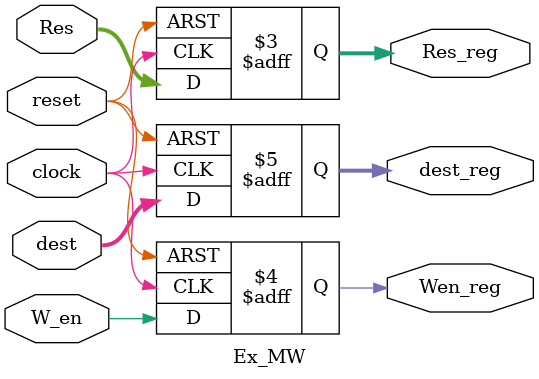
<source format=v>

`timescale 1ns / 1ps

module Ex_MW (clock, reset, Res, dest, W_en, Res_reg, Wen_reg, dest_reg);
	
	parameter N = 8;
	
	input clock, reset;
	input [N-1:0] Res;
	input W_en;
	input [9:0] dest;
	
	output reg [N-1:0] Res_reg;
	output reg Wen_reg;
	output reg [9:0] dest_reg;
	
	always @ (posedge clock or negedge reset)
	begin
		if (!reset)
		begin
			Res_reg <= 0;
			Wen_reg <= 0;
			dest_reg <= 0;
		end
		
		else
		begin
			Res_reg <= Res;
			Wen_reg <= W_en;
			dest_reg <= dest;
		end
	end
	
endmodule

</source>
